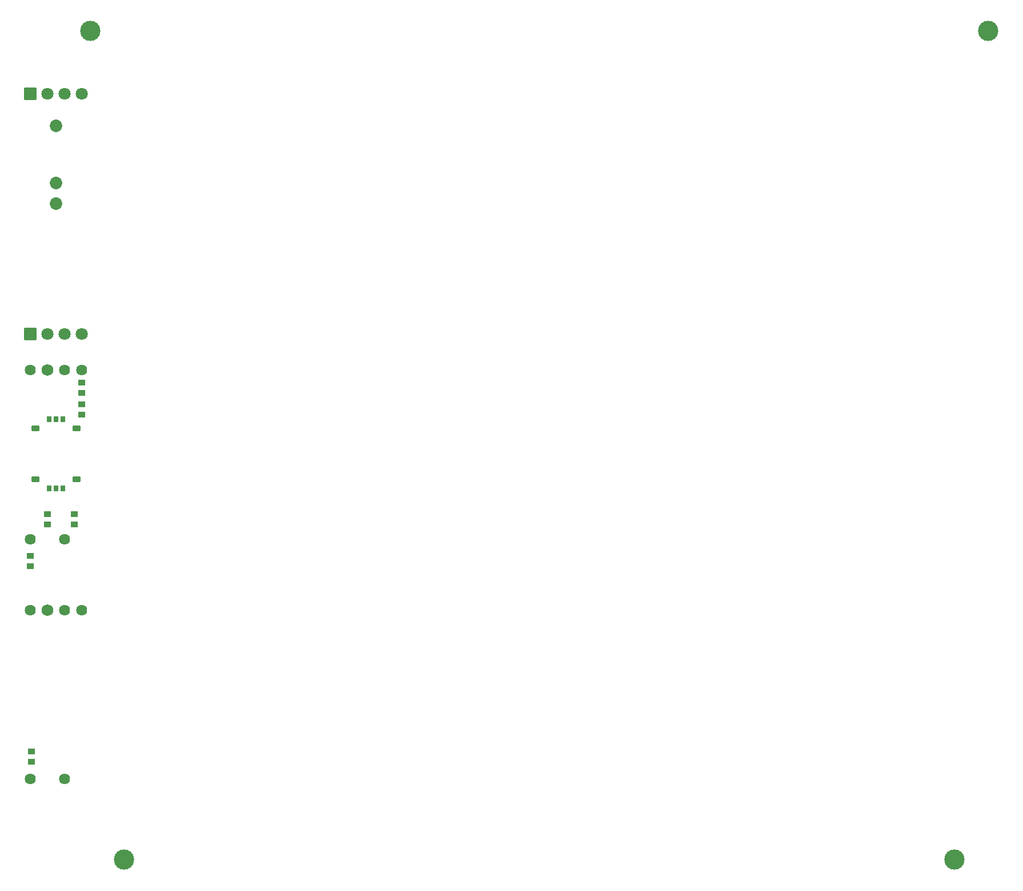
<source format=gbs>
G04 Layer: BottomSolderMaskLayer*
G04 Panelize: Stamp Hole, Column: 10, Row: 1, Board Size: 9.91mm x 106.68mm, Panelized Board Size: 153.06mm x 106.68mm*
G04 EasyEDA v6.5.34, 2023-08-21 18:11:39*
G04 ba324229fcc8424cbbcbecf3e9f9a0b2,5a6b42c53f6a479593ecc07194224c93,10*
G04 Gerber Generator version 0.2*
G04 Scale: 100 percent, Rotated: No, Reflected: No *
G04 Dimensions in millimeters *
G04 leading zeros omitted , absolute positions ,4 integer and 5 decimal *
%FSLAX45Y45*%
%MOMM*%

%AMMACRO1*1,1,$1,$2,$3*1,1,$1,$4,$5*1,1,$1,0-$2,0-$3*1,1,$1,0-$4,0-$5*20,1,$1,$2,$3,$4,$5,0*20,1,$1,$4,$5,0-$2,0-$3,0*20,1,$1,0-$2,0-$3,0-$4,0-$5,0*20,1,$1,0-$4,0-$5,$2,$3,0*4,1,4,$2,$3,$4,$5,0-$2,0-$3,0-$4,0-$5,$2,$3,0*%
%ADD10MACRO1,0.1016X0.432X0.4032X-0.432X0.4032*%
%ADD11MACRO1,0.1016X0.432X-0.4032X-0.432X-0.4032*%
%ADD12MACRO1,0.1016X-0.432X-0.4032X0.432X-0.4032*%
%ADD13MACRO1,0.1016X-0.432X0.4032X0.432X0.4032*%
%ADD14MACRO1,0.1016X-0.85X-0.85X0.85X-0.85*%
%ADD15C,1.8016*%
%ADD16MACRO1,0.1016X0.3X0.4X-0.3X0.4*%
%ADD17MACRO1,0.1016X0.5X-0.35X0.5X0.35*%
%ADD18MACRO1,0.1016X-0.3X-0.4X0.3X-0.4*%
%ADD19MACRO1,0.1016X-0.5X0.35X-0.5X-0.35*%
%ADD20C,1.8532*%
%ADD21C,1.6256*%
%ADD22C,1.7272*%
%ADD23C,3.0000*%

%LPD*%
D10*
G01*
X876300Y7379575D03*
D11*
G01*
X876300Y7530224D03*
D12*
G01*
X876300Y7212724D03*
D13*
G01*
X876300Y7062075D03*
D10*
G01*
X368300Y5436475D03*
D11*
G01*
X368300Y5587124D03*
D12*
G01*
X762000Y5587124D03*
D13*
G01*
X762000Y5436475D03*
D10*
G01*
X114300Y4814175D03*
D11*
G01*
X114300Y4964824D03*
D10*
G01*
X127000Y1918575D03*
D11*
G01*
X127000Y2069224D03*
D14*
G01*
X114300Y8255000D03*
D15*
G01*
X368300Y8255000D03*
G01*
X622300Y8255000D03*
G01*
X876300Y8255000D03*
D14*
G01*
X114300Y11811000D03*
D15*
G01*
X368300Y11811000D03*
G01*
X622300Y11811000D03*
G01*
X876300Y11811000D03*
D16*
G01*
X595299Y6990740D03*
G01*
X495300Y6990740D03*
G01*
X395300Y6990740D03*
D17*
G01*
X190299Y6852240D03*
G01*
X800298Y6852239D03*
D18*
G01*
X395300Y5963259D03*
G01*
X495300Y5963259D03*
G01*
X595299Y5963259D03*
D19*
G01*
X800300Y6101759D03*
G01*
X190301Y6101760D03*
D20*
G01*
X493521Y11333861D03*
G01*
X493521Y10483875D03*
G01*
X493521Y10183850D03*
D21*
G01*
X114300Y4163695D03*
D22*
G01*
X368300Y4163695D03*
D21*
G01*
X876300Y4163695D03*
G01*
X622300Y1663700D03*
G01*
X114300Y1663700D03*
G01*
X114300Y5216194D03*
G01*
X876300Y7716189D03*
G01*
X622300Y7716189D03*
D22*
G01*
X368300Y7716189D03*
D21*
G01*
X114300Y7716189D03*
G01*
X622300Y4163695D03*
G01*
X622300Y5216194D03*
D23*
G01*
X999997Y12737998D03*
G01*
X14305991Y12737998D03*
G01*
X1499997Y470001D03*
G01*
X13805992Y470001D03*
M02*

</source>
